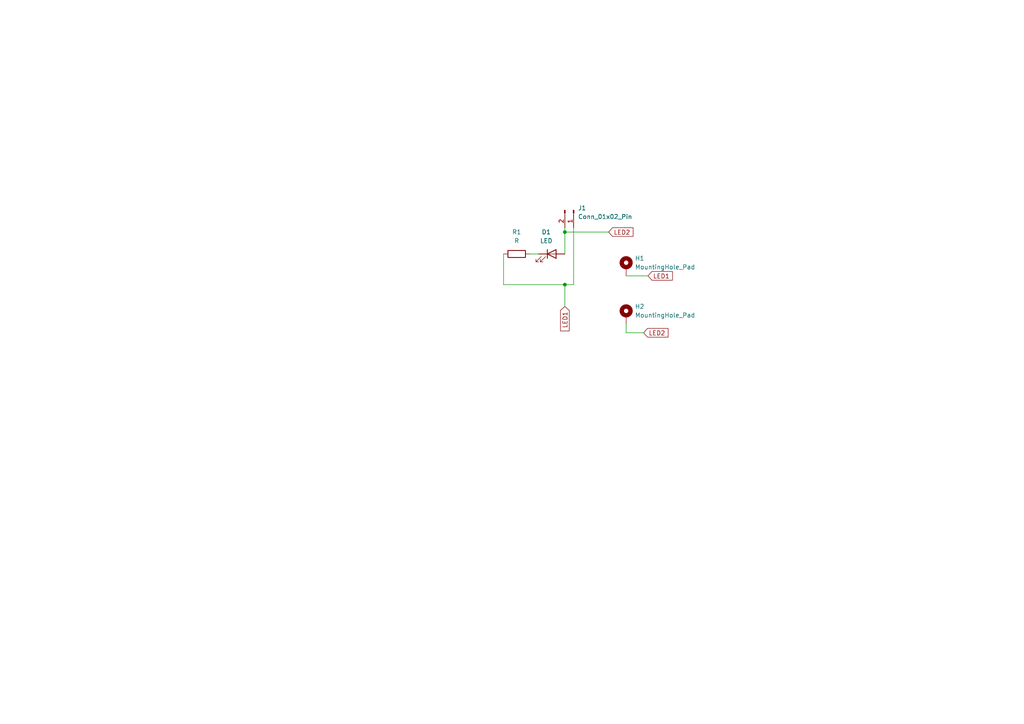
<source format=kicad_sch>
(kicad_sch (version 20231120) (generator "eeschema") (generator_version "8.0")
  (paper "A4")
  (lib_symbols
    (symbol "Connector:Conn_01x02_Pin" (pin_names (offset 1.016) hide)
      (property "Reference" "J" (at 0 2.54 0))
      (property "Value" "Conn_01x02_Pin" (at 0 -5.08 0))
      (symbol "Conn_01x02_Pin_1_1"
        (polyline (pts (xy 1.27 -2.54) (xy 0.8636 -2.54)) (stroke (width 0.1524)))
        (polyline (pts (xy 1.27 0) (xy 0.8636 0)) (stroke (width 0.1524)))
        (rectangle (start 0.8636 -2.413) (end 0 -2.667) (stroke (width 0.1524)) (fill (type outline)))
        (rectangle (start 0.8636 0.127) (end 0 -0.127) (stroke (width 0.1524)) (fill (type outline)))
        (pin passive line (at 5.08 0 180) (length 3.81) (name "Pin_1") (number "1"))
        (pin passive line (at 5.08 -2.54 180) (length 3.81) (name "Pin_2") (number "2"))
      )
    )
    (symbol "Device:LED" (pin_numbers hide) (pin_names (offset 1.016) hide)
      (property "Reference" "D" (at 0 2.54 0))
      (property "Value" "LED" (at 0 -2.54 0))
      (symbol "LED_0_1"
        (polyline (pts (xy -1.27 -1.27) (xy -1.27 1.27)) (stroke (width 0.254)))
        (polyline (pts (xy -1.27 0) (xy 1.27 0)))
        (polyline (pts (xy 1.27 -1.27) (xy 1.27 1.27) (xy -1.27 0) (xy 1.27 -1.27)) (stroke (width 0.254)))
        (polyline (pts (xy -3.048 -0.762) (xy -4.572 -2.286) (xy -3.81 -2.286) (xy -4.572 -2.286) (xy -4.572 -1.524)))
        (polyline (pts (xy -1.778 -0.762) (xy -3.302 -2.286) (xy -2.54 -2.286) (xy -3.302 -2.286) (xy -3.302 -1.524)))
      )
      (symbol "LED_1_1"
        (pin passive line (at -3.81 0 0) (length 2.54) (name "K") (number "1"))
        (pin passive line (at 3.81 0 180) (length 2.54) (name "A") (number "2"))
      )
    )
    (symbol "Device:R" (pin_numbers hide) (pin_names (offset 0))
      (property "Reference" "R" (at 2.032 0 90))
      (property "Value" "R" (at 0 0 90))
      (symbol "R_0_1"
        (rectangle (start -1.016 -2.54) (end 1.016 2.54) (stroke (width 0.254)))
      )
      (symbol "R_1_1"
        (pin passive line (at 0 3.81 270) (length 1.27) (name "~") (number "1"))
        (pin passive line (at 0 -3.81 90) (length 1.27) (name "~") (number "2"))
      )
    )
    (symbol "Mechanical:MountingHole_Pad" (pin_numbers hide) (pin_names (offset 1.016) hide) (exclude_from_sim yes) (in_bom no)
      (property "Reference" "H" (at 0 6.35 0))
      (property "Value" "MountingHole_Pad" (at 0 4.445 0))
      (symbol "MountingHole_Pad_0_1"
        (circle (center 0 1.27) (radius 1.27) (stroke (width 1.27)))
      )
      (symbol "MountingHole_Pad_1_1"
        (pin input line (at 0 -2.54 90) (length 2.54) (name "1") (number "1"))
      )
    )
  )
  (junction (at 163.83 82.55))
  (junction (at 163.83 67.31))
  (wire (pts (xy 186.69 96.52) (xy 181.61 96.52)))
  (wire (pts (xy 181.61 96.52) (xy 181.61 93.98)))
  (wire (pts (xy 163.83 67.31) (xy 176.53 67.31)))
  (wire (pts (xy 166.37 82.55) (xy 166.37 66.04)))
  (wire (pts (xy 181.61 80.01) (xy 187.96 80.01)))
  (wire (pts (xy 163.83 67.31) (xy 163.83 73.66)))
  (wire (pts (xy 153.67 73.66) (xy 156.21 73.66)))
  (wire (pts (xy 163.83 82.55) (xy 163.83 88.9)))
  (wire (pts (xy 146.05 82.55) (xy 163.83 82.55)))
  (wire (pts (xy 146.05 73.66) (xy 146.05 82.55)))
  (wire (pts (xy 163.83 66.04) (xy 163.83 67.31)))
  (wire (pts (xy 163.83 82.55) (xy 166.37 82.55)))
  (global_label "LED1" (shape input) (at 187.96 80.01 0) (property "Intersheetrefs" "${INTERSHEET_REFS}" (effects (hide yes))))
  (global_label "LED2" (shape input) (at 186.69 96.52 0) (property "Intersheetrefs" "${INTERSHEET_REFS}" (effects (hide yes))))
  (global_label "LED1" (shape input) (at 163.83 88.9 270) (property "Intersheetrefs" "${INTERSHEET_REFS}" (effects (hide yes))))
  (global_label "LED2" (shape input) (at 176.53 67.31 0) (property "Intersheetrefs" "${INTERSHEET_REFS}" (effects (hide yes))))
  (symbol (lib_id "Mechanical:MountingHole_Pad") (at 181.61 77.47 0) (unit 1) (exclude_from_sim yes) (in_bom no)
    (property "Reference" "H1" (at 184.15 74.9299 0) (effects (justify left)))
    (property "Value" "MountingHole_Pad" (at 184.15 77.4699 0) (effects (justify left)))
    (property "Footprint" "MountingHole:MT_Hole" (effects (hide yes)))
    (property "Description" "Mounting Hole with connection" (effects (hide yes)))
  )
  (symbol (lib_id "Device:LED") (at 160.02 73.66 0) (unit 1)
    (property "Reference" "D1" (at 158.4325 67.31 0))
    (property "Value" "LED" (at 158.4325 69.85 0))
    (property "Footprint" "LED_SMD:LED_0805_2012Metric_Pad1.15x1.40mm_HandSolder" (effects (hide yes)))
    (property "Description" "Light emitting diode" (effects (hide yes)))
  )
  (symbol (lib_id "Mechanical:MountingHole_Pad") (at 181.61 91.44 0) (unit 1) (exclude_from_sim yes) (in_bom no)
    (property "Reference" "H2" (at 184.15 88.8999 0) (effects (justify left)))
    (property "Value" "MountingHole_Pad" (at 184.15 91.4399 0) (effects (justify left)))
    (property "Footprint" "MountingHole:MT_Hole" (effects (hide yes)))
    (property "Description" "Mounting Hole with connection" (effects (hide yes)))
  )
  (symbol (lib_id "Device:R") (at 149.86 73.66 270) (unit 1)
    (property "Reference" "R1" (at 149.86 67.31 90))
    (property "Value" "R" (at 149.86 69.85 90))
    (property "Footprint" "Resistor_SMD:R_0603_1608Metric_Pad0.98x0.95mm_HandSolder" (effects (hide yes)))
    (property "Description" "Resistor" (effects (hide yes)))
  )
  (symbol (lib_id "Connector:Conn_01x02_Pin") (at 166.37 60.96 270) (unit 1)
    (property "Reference" "J1" (at 167.64 60.3249 90) (effects (justify left)))
    (property "Value" "Conn_01x02_Pin" (at 167.64 62.8649 90) (effects (justify left)))
    (property "Footprint" "Connector_PinHeader_2.54mm:PinHeader_1x02_P2.54mm_Vertical" (effects (hide yes)))
    (property "Description" "Generic connector, single row, 01x02, script generated" (effects (hide yes)))
  )
)
</source>
